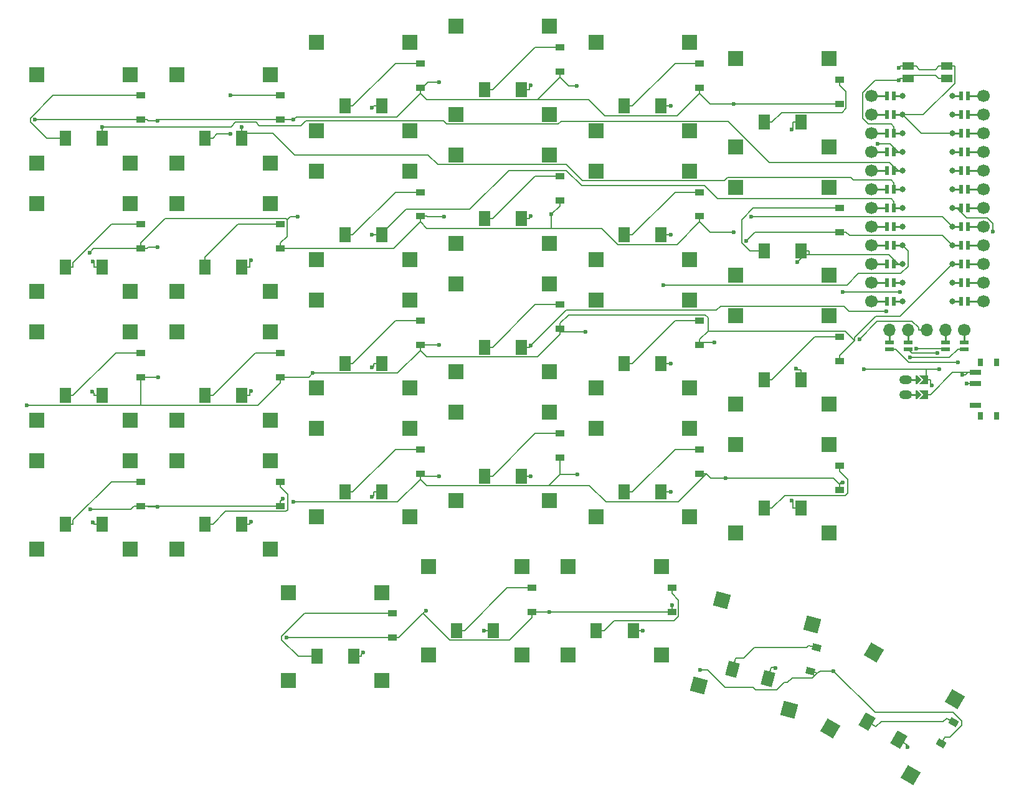
<source format=gbr>
%TF.GenerationSoftware,KiCad,Pcbnew,8.0.7*%
%TF.CreationDate,2025-02-11T23:53:49-03:00*%
%TF.ProjectId,souffle_wireless,736f7566-666c-4655-9f77-6972656c6573,0.1*%
%TF.SameCoordinates,Original*%
%TF.FileFunction,Copper,L1,Top*%
%TF.FilePolarity,Positive*%
%FSLAX46Y46*%
G04 Gerber Fmt 4.6, Leading zero omitted, Abs format (unit mm)*
G04 Created by KiCad (PCBNEW 8.0.7) date 2025-02-11 23:53:49*
%MOMM*%
%LPD*%
G01*
G04 APERTURE LIST*
G04 Aperture macros list*
%AMRotRect*
0 Rectangle, with rotation*
0 The origin of the aperture is its center*
0 $1 length*
0 $2 width*
0 $3 Rotation angle, in degrees counterclockwise*
0 Add horizontal line*
21,1,$1,$2,0,0,$3*%
%AMFreePoly0*
4,1,6,0.600000,-0.200000,0.600000,-0.400000,-0.600000,-0.400000,-0.600000,-0.200000,0.000000,0.400000,0.600000,-0.200000,0.600000,-0.200000,$1*%
%AMFreePoly1*
4,1,6,0.600000,-1.000000,0.000000,-0.400000,-0.600000,-1.000000,-0.600000,0.250000,0.600000,0.250000,0.600000,-1.000000,0.600000,-1.000000,$1*%
G04 Aperture macros list end*
%TA.AperFunction,SMDPad,CuDef*%
%ADD10R,1.550000X2.000000*%
%TD*%
%TA.AperFunction,SMDPad,CuDef*%
%ADD11R,2.000000X2.000000*%
%TD*%
%TA.AperFunction,SMDPad,CuDef*%
%ADD12RotRect,1.550000X2.000000X345.000000*%
%TD*%
%TA.AperFunction,SMDPad,CuDef*%
%ADD13RotRect,2.000000X2.000000X345.000000*%
%TD*%
%TA.AperFunction,SMDPad,CuDef*%
%ADD14RotRect,1.550000X2.000000X330.000000*%
%TD*%
%TA.AperFunction,SMDPad,CuDef*%
%ADD15RotRect,2.000000X2.000000X330.000000*%
%TD*%
%TA.AperFunction,SMDPad,CuDef*%
%ADD16R,1.200000X0.900000*%
%TD*%
%TA.AperFunction,SMDPad,CuDef*%
%ADD17RotRect,0.900000X1.200000X75.000000*%
%TD*%
%TA.AperFunction,SMDPad,CuDef*%
%ADD18RotRect,0.900000X1.200000X60.000000*%
%TD*%
%TA.AperFunction,ComponentPad*%
%ADD19C,1.700000*%
%TD*%
%TA.AperFunction,ComponentPad*%
%ADD20C,0.800000*%
%TD*%
%TA.AperFunction,SMDPad,CuDef*%
%ADD21R,0.600000X1.200000*%
%TD*%
%TA.AperFunction,SMDPad,CuDef*%
%ADD22R,1.200000X0.600000*%
%TD*%
%TA.AperFunction,ComponentPad*%
%ADD23O,1.700000X1.700000*%
%TD*%
%TA.AperFunction,SMDPad,CuDef*%
%ADD24R,0.800000X1.000000*%
%TD*%
%TA.AperFunction,SMDPad,CuDef*%
%ADD25R,1.500000X0.700000*%
%TD*%
%TA.AperFunction,SMDPad,CuDef*%
%ADD26R,1.550000X1.000000*%
%TD*%
%TA.AperFunction,ComponentPad*%
%ADD27O,1.750000X1.200000*%
%TD*%
%TA.AperFunction,SMDPad,CuDef*%
%ADD28FreePoly0,270.000000*%
%TD*%
%TA.AperFunction,SMDPad,CuDef*%
%ADD29FreePoly1,270.000000*%
%TD*%
%TA.AperFunction,ViaPad*%
%ADD30C,0.600000*%
%TD*%
%TA.AperFunction,Conductor*%
%ADD31C,0.250000*%
%TD*%
%TA.AperFunction,Conductor*%
%ADD32C,0.200000*%
%TD*%
G04 APERTURE END LIST*
D10*
%TO.P,S30,1*%
%TO.N,outer_bottom_F*%
X97500000Y-102650000D03*
%TO.P,S30,2*%
%TO.N,C0*%
X102500000Y-102650000D03*
D11*
%TO.P,S30,3*%
%TO.N,N/C*%
X93650000Y-94000000D03*
X93650000Y-106000000D03*
X106350000Y-94000000D03*
X106350000Y-106000000D03*
%TD*%
D10*
%TO.P,S31,1*%
%TO.N,outer_home_F*%
X97500000Y-85150000D03*
%TO.P,S31,2*%
%TO.N,C0*%
X102500000Y-85150000D03*
D11*
%TO.P,S31,3*%
%TO.N,N/C*%
X93650000Y-76500000D03*
X93650000Y-88500000D03*
X106350000Y-76500000D03*
X106350000Y-88500000D03*
%TD*%
D10*
%TO.P,S32,1*%
%TO.N,outer_top_F*%
X97500000Y-67650000D03*
%TO.P,S32,2*%
%TO.N,C0*%
X102500000Y-67650000D03*
D11*
%TO.P,S32,3*%
%TO.N,N/C*%
X93650000Y-59000000D03*
X93650000Y-71000000D03*
X106350000Y-59000000D03*
X106350000Y-71000000D03*
%TD*%
D10*
%TO.P,S33,1*%
%TO.N,outer_number_F*%
X97500000Y-50150000D03*
%TO.P,S33,2*%
%TO.N,C0*%
X102500000Y-50150000D03*
D11*
%TO.P,S33,3*%
%TO.N,N/C*%
X93650000Y-41500000D03*
X93650000Y-53500000D03*
X106350000Y-41500000D03*
X106350000Y-53500000D03*
%TD*%
D10*
%TO.P,S34,1*%
%TO.N,pinky_bottom_F*%
X116500000Y-102650000D03*
%TO.P,S34,2*%
%TO.N,C1*%
X121500000Y-102650000D03*
D11*
%TO.P,S34,3*%
%TO.N,N/C*%
X112650000Y-94000000D03*
X112650000Y-106000000D03*
X125350000Y-94000000D03*
X125350000Y-106000000D03*
%TD*%
D10*
%TO.P,S35,1*%
%TO.N,pinky_home_F*%
X116500000Y-85150000D03*
%TO.P,S35,2*%
%TO.N,C1*%
X121500000Y-85150000D03*
D11*
%TO.P,S35,3*%
%TO.N,N/C*%
X112650000Y-76500000D03*
X112650000Y-88500000D03*
X125350000Y-76500000D03*
X125350000Y-88500000D03*
%TD*%
D10*
%TO.P,S36,1*%
%TO.N,pinky_top_F*%
X116500000Y-67650000D03*
%TO.P,S36,2*%
%TO.N,C1*%
X121500000Y-67650000D03*
D11*
%TO.P,S36,3*%
%TO.N,N/C*%
X112650000Y-59000000D03*
X112650000Y-71000000D03*
X125350000Y-59000000D03*
X125350000Y-71000000D03*
%TD*%
D10*
%TO.P,S37,1*%
%TO.N,pinky_number_F*%
X116500000Y-50150000D03*
%TO.P,S37,2*%
%TO.N,C1*%
X121500000Y-50150000D03*
D11*
%TO.P,S37,3*%
%TO.N,N/C*%
X112650000Y-41500000D03*
X112650000Y-53500000D03*
X125350000Y-41500000D03*
X125350000Y-53500000D03*
%TD*%
D10*
%TO.P,S38,1*%
%TO.N,ring_bottom_F*%
X135500000Y-98275000D03*
%TO.P,S38,2*%
%TO.N,C2*%
X140500000Y-98275000D03*
D11*
%TO.P,S38,3*%
%TO.N,N/C*%
X131650000Y-89625000D03*
X131650000Y-101625000D03*
X144350000Y-89625000D03*
X144350000Y-101625000D03*
%TD*%
D10*
%TO.P,S39,1*%
%TO.N,ring_home_F*%
X135500000Y-80775000D03*
%TO.P,S39,2*%
%TO.N,C2*%
X140500000Y-80775000D03*
D11*
%TO.P,S39,3*%
%TO.N,N/C*%
X131650000Y-72125000D03*
X131650000Y-84125000D03*
X144350000Y-72125000D03*
X144350000Y-84125000D03*
%TD*%
D10*
%TO.P,S40,1*%
%TO.N,ring_top_F*%
X135500000Y-63275000D03*
%TO.P,S40,2*%
%TO.N,C2*%
X140500000Y-63275000D03*
D11*
%TO.P,S40,3*%
%TO.N,N/C*%
X131650000Y-54625000D03*
X131650000Y-66625000D03*
X144350000Y-54625000D03*
X144350000Y-66625000D03*
%TD*%
D10*
%TO.P,S41,1*%
%TO.N,ring_number_F*%
X135500000Y-45775000D03*
%TO.P,S41,2*%
%TO.N,C2*%
X140500000Y-45775000D03*
D11*
%TO.P,S41,3*%
%TO.N,N/C*%
X131650000Y-37125000D03*
X131650000Y-49125000D03*
X144350000Y-37125000D03*
X144350000Y-49125000D03*
%TD*%
D10*
%TO.P,S42,1*%
%TO.N,middle_bottom_F*%
X154500000Y-96087500D03*
%TO.P,S42,2*%
%TO.N,C3*%
X159500000Y-96087500D03*
D11*
%TO.P,S42,3*%
%TO.N,N/C*%
X150650000Y-87437500D03*
X150650000Y-99437500D03*
X163350000Y-87437500D03*
X163350000Y-99437500D03*
%TD*%
D10*
%TO.P,S43,1*%
%TO.N,middle_home_F*%
X154500000Y-78587500D03*
%TO.P,S43,2*%
%TO.N,C3*%
X159500000Y-78587500D03*
D11*
%TO.P,S43,3*%
%TO.N,N/C*%
X150650000Y-69937500D03*
X150650000Y-81937500D03*
X163350000Y-69937500D03*
X163350000Y-81937500D03*
%TD*%
D10*
%TO.P,S44,1*%
%TO.N,middle_top_F*%
X154500000Y-61087500D03*
%TO.P,S44,2*%
%TO.N,C3*%
X159500000Y-61087500D03*
D11*
%TO.P,S44,3*%
%TO.N,N/C*%
X150650000Y-52437500D03*
X150650000Y-64437500D03*
X163350000Y-52437500D03*
X163350000Y-64437500D03*
%TD*%
D10*
%TO.P,S45,1*%
%TO.N,middle_number_F*%
X154500000Y-43587500D03*
%TO.P,S45,2*%
%TO.N,C3*%
X159500000Y-43587500D03*
D11*
%TO.P,S45,3*%
%TO.N,N/C*%
X150650000Y-34937500D03*
X150650000Y-46937500D03*
X163350000Y-34937500D03*
X163350000Y-46937500D03*
%TD*%
D10*
%TO.P,S46,1*%
%TO.N,index_bottom_F*%
X173500000Y-98275000D03*
%TO.P,S46,2*%
%TO.N,C4*%
X178500000Y-98275000D03*
D11*
%TO.P,S46,3*%
%TO.N,N/C*%
X169650000Y-89625000D03*
X169650000Y-101625000D03*
X182350000Y-89625000D03*
X182350000Y-101625000D03*
%TD*%
D10*
%TO.P,S47,1*%
%TO.N,index_home_F*%
X173500000Y-80775000D03*
%TO.P,S47,2*%
%TO.N,C4*%
X178500000Y-80775000D03*
D11*
%TO.P,S47,3*%
%TO.N,N/C*%
X169650000Y-72125000D03*
X169650000Y-84125000D03*
X182350000Y-72125000D03*
X182350000Y-84125000D03*
%TD*%
D10*
%TO.P,S48,1*%
%TO.N,index_top_F*%
X173500000Y-63275000D03*
%TO.P,S48,2*%
%TO.N,C4*%
X178500000Y-63275000D03*
D11*
%TO.P,S48,3*%
%TO.N,N/C*%
X169650000Y-54625000D03*
X169650000Y-66625000D03*
X182350000Y-54625000D03*
X182350000Y-66625000D03*
%TD*%
D10*
%TO.P,S49,1*%
%TO.N,index_number_F*%
X173500000Y-45775000D03*
%TO.P,S49,2*%
%TO.N,C4*%
X178500000Y-45775000D03*
D11*
%TO.P,S49,3*%
%TO.N,N/C*%
X169650000Y-37125000D03*
X169650000Y-49125000D03*
X182350000Y-37125000D03*
X182350000Y-49125000D03*
%TD*%
D10*
%TO.P,S50,1*%
%TO.N,inner_bottom_F*%
X192500000Y-100462500D03*
%TO.P,S50,2*%
%TO.N,C5*%
X197500000Y-100462500D03*
D11*
%TO.P,S50,3*%
%TO.N,N/C*%
X188650000Y-91812500D03*
X188650000Y-103812500D03*
X201350000Y-91812500D03*
X201350000Y-103812500D03*
%TD*%
D10*
%TO.P,S51,1*%
%TO.N,inner_home_F*%
X192500000Y-82962500D03*
%TO.P,S51,2*%
%TO.N,C5*%
X197500000Y-82962500D03*
D11*
%TO.P,S51,3*%
%TO.N,N/C*%
X188650000Y-74312500D03*
X188650000Y-86312500D03*
X201350000Y-74312500D03*
X201350000Y-86312500D03*
%TD*%
D10*
%TO.P,S52,1*%
%TO.N,inner_top_F*%
X192500000Y-65462500D03*
%TO.P,S52,2*%
%TO.N,C5*%
X197500000Y-65462500D03*
D11*
%TO.P,S52,3*%
%TO.N,N/C*%
X188650000Y-56812500D03*
X188650000Y-68812500D03*
X201350000Y-56812500D03*
X201350000Y-68812500D03*
%TD*%
D10*
%TO.P,S53,1*%
%TO.N,inner_number_F*%
X192500000Y-47962500D03*
%TO.P,S53,2*%
%TO.N,C5*%
X197500000Y-47962500D03*
D11*
%TO.P,S53,3*%
%TO.N,N/C*%
X188650000Y-39312500D03*
X188650000Y-51312500D03*
X201350000Y-39312500D03*
X201350000Y-51312500D03*
%TD*%
D10*
%TO.P,S54,1*%
%TO.N,inward_home_F*%
X131700000Y-120587500D03*
%TO.P,S54,2*%
%TO.N,C1*%
X136700000Y-120587500D03*
D11*
%TO.P,S54,3*%
%TO.N,N/C*%
X127850000Y-111937500D03*
X127850000Y-123937500D03*
X140550000Y-111937500D03*
X140550000Y-123937500D03*
%TD*%
D10*
%TO.P,S55,1*%
%TO.N,mid_home_F*%
X150700000Y-117087500D03*
%TO.P,S55,2*%
%TO.N,C2*%
X155700000Y-117087500D03*
D11*
%TO.P,S55,3*%
%TO.N,N/C*%
X146850000Y-108437500D03*
X146850000Y-120437500D03*
X159550000Y-108437500D03*
X159550000Y-120437500D03*
%TD*%
D10*
%TO.P,S56,1*%
%TO.N,outward_home_F*%
X169700000Y-117087500D03*
%TO.P,S56,2*%
%TO.N,C3*%
X174700000Y-117087500D03*
D11*
%TO.P,S56,3*%
%TO.N,N/C*%
X165850000Y-108437500D03*
X165850000Y-120437500D03*
X178550000Y-108437500D03*
X178550000Y-120437500D03*
%TD*%
D12*
%TO.P,S57,1*%
%TO.N,extra_outward_home_F*%
X188228815Y-122366656D03*
%TO.P,S57,2*%
%TO.N,C4*%
X193058444Y-123660751D03*
D13*
%TO.P,S57,3*%
%TO.N,N/C*%
X186748785Y-113014944D03*
X183642957Y-124606054D03*
X199016043Y-116301946D03*
X195910215Y-127893056D03*
%TD*%
D14*
%TO.P,S58,1*%
%TO.N,big_outward_home_F*%
X206467036Y-129481167D03*
%TO.P,S58,2*%
%TO.N,C5*%
X210797164Y-131981167D03*
D15*
%TO.P,S58,3*%
%TO.N,N/C*%
X207457839Y-120065048D03*
X201457839Y-130457352D03*
X218456361Y-126415048D03*
X212456361Y-136807352D03*
%TD*%
D16*
%TO.P,D30,1*%
%TO.N,R3*%
X107750000Y-100150000D03*
%TO.P,D30,2*%
%TO.N,outer_bottom_F*%
X107750000Y-96850000D03*
%TD*%
%TO.P,D31,1*%
%TO.N,R2*%
X107750000Y-82650000D03*
%TO.P,D31,2*%
%TO.N,outer_home_F*%
X107750000Y-79350000D03*
%TD*%
%TO.P,D32,1*%
%TO.N,R1*%
X107750000Y-65150000D03*
%TO.P,D32,2*%
%TO.N,outer_top_F*%
X107750000Y-61850000D03*
%TD*%
%TO.P,D33,1*%
%TO.N,R0*%
X107750000Y-47650000D03*
%TO.P,D33,2*%
%TO.N,outer_number_F*%
X107750000Y-44350000D03*
%TD*%
%TO.P,D34,1*%
%TO.N,R3*%
X126750000Y-100150000D03*
%TO.P,D34,2*%
%TO.N,pinky_bottom_F*%
X126750000Y-96850000D03*
%TD*%
%TO.P,D35,1*%
%TO.N,R2*%
X126750000Y-82650000D03*
%TO.P,D35,2*%
%TO.N,pinky_home_F*%
X126750000Y-79350000D03*
%TD*%
%TO.P,D36,1*%
%TO.N,R1*%
X126750000Y-65150000D03*
%TO.P,D36,2*%
%TO.N,pinky_top_F*%
X126750000Y-61850000D03*
%TD*%
%TO.P,D37,1*%
%TO.N,R0*%
X126750000Y-47650000D03*
%TO.P,D37,2*%
%TO.N,pinky_number_F*%
X126750000Y-44350000D03*
%TD*%
%TO.P,D38,1*%
%TO.N,R3*%
X145750000Y-95775000D03*
%TO.P,D38,2*%
%TO.N,ring_bottom_F*%
X145750000Y-92475000D03*
%TD*%
%TO.P,D39,1*%
%TO.N,R2*%
X145750000Y-78275000D03*
%TO.P,D39,2*%
%TO.N,ring_home_F*%
X145750000Y-74975000D03*
%TD*%
%TO.P,D40,1*%
%TO.N,R1*%
X145750000Y-60775000D03*
%TO.P,D40,2*%
%TO.N,ring_top_F*%
X145750000Y-57475000D03*
%TD*%
%TO.P,D41,1*%
%TO.N,R0*%
X145750000Y-43275000D03*
%TO.P,D41,2*%
%TO.N,ring_number_F*%
X145750000Y-39975000D03*
%TD*%
%TO.P,D42,1*%
%TO.N,R3*%
X164750000Y-93587500D03*
%TO.P,D42,2*%
%TO.N,middle_bottom_F*%
X164750000Y-90287500D03*
%TD*%
%TO.P,D43,1*%
%TO.N,R2*%
X164750000Y-76087500D03*
%TO.P,D43,2*%
%TO.N,middle_home_F*%
X164750000Y-72787500D03*
%TD*%
%TO.P,D44,1*%
%TO.N,R1*%
X164750000Y-58587500D03*
%TO.P,D44,2*%
%TO.N,middle_top_F*%
X164750000Y-55287500D03*
%TD*%
%TO.P,D45,1*%
%TO.N,R0*%
X164750000Y-41087500D03*
%TO.P,D45,2*%
%TO.N,middle_number_F*%
X164750000Y-37787500D03*
%TD*%
%TO.P,D46,1*%
%TO.N,R3*%
X183750000Y-95775000D03*
%TO.P,D46,2*%
%TO.N,index_bottom_F*%
X183750000Y-92475000D03*
%TD*%
%TO.P,D47,1*%
%TO.N,R2*%
X183750000Y-78275000D03*
%TO.P,D47,2*%
%TO.N,index_home_F*%
X183750000Y-74975000D03*
%TD*%
%TO.P,D48,1*%
%TO.N,R1*%
X183750000Y-60775000D03*
%TO.P,D48,2*%
%TO.N,index_top_F*%
X183750000Y-57475000D03*
%TD*%
%TO.P,D49,1*%
%TO.N,R0*%
X183750000Y-43275000D03*
%TO.P,D49,2*%
%TO.N,index_number_F*%
X183750000Y-39975000D03*
%TD*%
%TO.P,D50,1*%
%TO.N,R3*%
X202750000Y-97962500D03*
%TO.P,D50,2*%
%TO.N,inner_bottom_F*%
X202750000Y-94662500D03*
%TD*%
%TO.P,D51,1*%
%TO.N,R2*%
X202750000Y-80462500D03*
%TO.P,D51,2*%
%TO.N,inner_home_F*%
X202750000Y-77162500D03*
%TD*%
%TO.P,D52,1*%
%TO.N,R1*%
X202750000Y-62962500D03*
%TO.P,D52,2*%
%TO.N,inner_top_F*%
X202750000Y-59662500D03*
%TD*%
%TO.P,D53,1*%
%TO.N,R0*%
X202750000Y-45462500D03*
%TO.P,D53,2*%
%TO.N,inner_number_F*%
X202750000Y-42162500D03*
%TD*%
%TO.P,D54,1*%
%TO.N,R4*%
X141950000Y-118087500D03*
%TO.P,D54,2*%
%TO.N,inward_home_F*%
X141950000Y-114787500D03*
%TD*%
%TO.P,D55,1*%
%TO.N,R4*%
X160950000Y-114587500D03*
%TO.P,D55,2*%
%TO.N,mid_home_F*%
X160950000Y-111287500D03*
%TD*%
%TO.P,D56,1*%
%TO.N,R4*%
X179950000Y-114587500D03*
%TO.P,D56,2*%
%TO.N,outward_home_F*%
X179950000Y-111287500D03*
%TD*%
D17*
%TO.P,D57,1*%
%TO.N,R4*%
X198776549Y-122604678D03*
%TO.P,D57,2*%
%TO.N,extra_outward_home_F*%
X199630651Y-119417122D03*
%TD*%
D18*
%TO.P,D58,1*%
%TO.N,R4*%
X216593800Y-132441042D03*
%TO.P,D58,2*%
%TO.N,big_outward_home_F*%
X218243800Y-129583158D03*
%TD*%
D19*
%TO.P,MCU1,24*%
%TO.N,MCU1_24*%
X207084000Y-44420000D03*
%TO.P,MCU1,1*%
%TO.N,MCU1_1*%
X222324000Y-44420000D03*
D20*
%TO.P,MCU1,124*%
%TO.N,RAW*%
X211304000Y-44420000D03*
%TO.P,MCU1,101*%
%TO.N,LED*%
X218104000Y-44420000D03*
D21*
%TO.P,MCU1,24*%
%TO.N,MCU1_24*%
X209224000Y-44420000D03*
%TO.P,MCU1,124*%
%TO.N,RAW*%
X210124000Y-44420000D03*
%TO.P,MCU1,101*%
%TO.N,LED*%
X219284000Y-44420000D03*
%TO.P,MCU1,1*%
%TO.N,MCU1_1*%
X220184000Y-44420000D03*
D19*
%TO.P,MCU1,23*%
%TO.N,MCU1_23*%
X207084000Y-46960000D03*
%TO.P,MCU1,2*%
%TO.N,MCU1_2*%
X222324000Y-46960000D03*
D20*
%TO.P,MCU1,123*%
%TO.N,GND*%
X211304000Y-46960000D03*
%TO.P,MCU1,102*%
%TO.N,DAT*%
X218104000Y-46960000D03*
D21*
%TO.P,MCU1,23*%
%TO.N,MCU1_23*%
X209224000Y-46960000D03*
%TO.P,MCU1,123*%
%TO.N,GND*%
X210124000Y-46960000D03*
%TO.P,MCU1,102*%
%TO.N,DAT*%
X219284000Y-46960000D03*
%TO.P,MCU1,2*%
%TO.N,MCU1_2*%
X220184000Y-46960000D03*
D19*
%TO.P,MCU1,22*%
%TO.N,MCU1_22*%
X207084000Y-49500000D03*
%TO.P,MCU1,3*%
%TO.N,MCU1_3*%
X222324000Y-49500000D03*
D20*
%TO.P,MCU1,122*%
%TO.N,RST*%
X211304000Y-49500000D03*
%TO.P,MCU1,103*%
%TO.N,GND*%
X218104000Y-49500000D03*
D21*
%TO.P,MCU1,22*%
%TO.N,MCU1_22*%
X209224000Y-49500000D03*
%TO.P,MCU1,122*%
%TO.N,RST*%
X210124000Y-49500000D03*
%TO.P,MCU1,103*%
%TO.N,GND*%
X219284000Y-49500000D03*
%TO.P,MCU1,3*%
%TO.N,MCU1_3*%
X220184000Y-49500000D03*
D19*
%TO.P,MCU1,21*%
%TO.N,MCU1_21*%
X207084000Y-52040000D03*
%TO.P,MCU1,4*%
%TO.N,MCU1_4*%
X222324000Y-52040000D03*
D20*
%TO.P,MCU1,121*%
%TO.N,VCC*%
X211304000Y-52040000D03*
%TO.P,MCU1,104*%
%TO.N,GND*%
X218104000Y-52040000D03*
D21*
%TO.P,MCU1,21*%
%TO.N,MCU1_21*%
X209224000Y-52040000D03*
%TO.P,MCU1,121*%
%TO.N,VCC*%
X210124000Y-52040000D03*
%TO.P,MCU1,104*%
%TO.N,GND*%
X219284000Y-52040000D03*
%TO.P,MCU1,4*%
%TO.N,MCU1_4*%
X220184000Y-52040000D03*
D19*
%TO.P,MCU1,20*%
%TO.N,MCU1_20*%
X207084000Y-54580000D03*
%TO.P,MCU1,5*%
%TO.N,MCU1_5*%
X222324000Y-54580000D03*
D20*
%TO.P,MCU1,120*%
%TO.N,C0*%
X211304000Y-54580000D03*
%TO.P,MCU1,105*%
%TO.N,SDA*%
X218104000Y-54580000D03*
D21*
%TO.P,MCU1,20*%
%TO.N,MCU1_20*%
X209224000Y-54580000D03*
%TO.P,MCU1,120*%
%TO.N,C0*%
X210124000Y-54580000D03*
%TO.P,MCU1,105*%
%TO.N,SDA*%
X219284000Y-54580000D03*
%TO.P,MCU1,5*%
%TO.N,MCU1_5*%
X220184000Y-54580000D03*
D19*
%TO.P,MCU1,19*%
%TO.N,MCU1_19*%
X207084000Y-57120000D03*
%TO.P,MCU1,6*%
%TO.N,MCU1_6*%
X222324000Y-57120000D03*
D20*
%TO.P,MCU1,119*%
%TO.N,C1*%
X211304000Y-57120000D03*
%TO.P,MCU1,106*%
%TO.N,SCL*%
X218104000Y-57120000D03*
D21*
%TO.P,MCU1,19*%
%TO.N,MCU1_19*%
X209224000Y-57120000D03*
%TO.P,MCU1,119*%
%TO.N,C1*%
X210124000Y-57120000D03*
%TO.P,MCU1,106*%
%TO.N,SCL*%
X219284000Y-57120000D03*
%TO.P,MCU1,6*%
%TO.N,MCU1_6*%
X220184000Y-57120000D03*
D19*
%TO.P,MCU1,18*%
%TO.N,MCU1_18*%
X207084000Y-59660000D03*
%TO.P,MCU1,7*%
%TO.N,MCU1_7*%
X222324000Y-59660000D03*
D20*
%TO.P,MCU1,118*%
%TO.N,C2*%
X211304000Y-59660000D03*
%TO.P,MCU1,107*%
%TO.N,CS*%
X218104000Y-59660000D03*
D21*
%TO.P,MCU1,18*%
%TO.N,MCU1_18*%
X209224000Y-59660000D03*
%TO.P,MCU1,118*%
%TO.N,C2*%
X210124000Y-59660000D03*
%TO.P,MCU1,107*%
%TO.N,CS*%
X219284000Y-59660000D03*
%TO.P,MCU1,7*%
%TO.N,MCU1_7*%
X220184000Y-59660000D03*
D19*
%TO.P,MCU1,17*%
%TO.N,MCU1_17*%
X207084000Y-62200000D03*
%TO.P,MCU1,8*%
%TO.N,MCU1_8*%
X222324000Y-62200000D03*
D20*
%TO.P,MCU1,117*%
%TO.N,C3*%
X211304000Y-62200000D03*
%TO.P,MCU1,108*%
%TO.N,R0*%
X218104000Y-62200000D03*
D21*
%TO.P,MCU1,17*%
%TO.N,MCU1_17*%
X209224000Y-62200000D03*
%TO.P,MCU1,117*%
%TO.N,C3*%
X210124000Y-62200000D03*
%TO.P,MCU1,108*%
%TO.N,R0*%
X219284000Y-62200000D03*
%TO.P,MCU1,8*%
%TO.N,MCU1_8*%
X220184000Y-62200000D03*
D19*
%TO.P,MCU1,16*%
%TO.N,MCU1_16*%
X207084000Y-64740000D03*
%TO.P,MCU1,9*%
%TO.N,MCU1_9*%
X222324000Y-64740000D03*
D20*
%TO.P,MCU1,116*%
%TO.N,C4*%
X211304000Y-64740000D03*
%TO.P,MCU1,109*%
%TO.N,R1*%
X218104000Y-64740000D03*
D21*
%TO.P,MCU1,16*%
%TO.N,MCU1_16*%
X209224000Y-64740000D03*
%TO.P,MCU1,116*%
%TO.N,C4*%
X210124000Y-64740000D03*
%TO.P,MCU1,109*%
%TO.N,R1*%
X219284000Y-64740000D03*
%TO.P,MCU1,9*%
%TO.N,MCU1_9*%
X220184000Y-64740000D03*
D19*
%TO.P,MCU1,15*%
%TO.N,MCU1_15*%
X207084000Y-67280000D03*
%TO.P,MCU1,10*%
%TO.N,MCU1_10*%
X222324000Y-67280000D03*
D20*
%TO.P,MCU1,115*%
%TO.N,C5*%
X211304000Y-67280000D03*
%TO.P,MCU1,110*%
%TO.N,R2*%
X218104000Y-67280000D03*
D21*
%TO.P,MCU1,15*%
%TO.N,MCU1_15*%
X209224000Y-67280000D03*
%TO.P,MCU1,115*%
%TO.N,C5*%
X210124000Y-67280000D03*
%TO.P,MCU1,110*%
%TO.N,R2*%
X219284000Y-67280000D03*
%TO.P,MCU1,10*%
%TO.N,MCU1_10*%
X220184000Y-67280000D03*
D19*
%TO.P,MCU1,14*%
%TO.N,MCU1_14*%
X207084000Y-69820000D03*
%TO.P,MCU1,11*%
%TO.N,MCU1_11*%
X222324000Y-69820000D03*
D20*
%TO.P,MCU1,114*%
%TO.N,P16*%
X211304000Y-69820000D03*
%TO.P,MCU1,111*%
%TO.N,R3*%
X218104000Y-69820000D03*
D21*
%TO.P,MCU1,14*%
%TO.N,MCU1_14*%
X209224000Y-69820000D03*
%TO.P,MCU1,114*%
%TO.N,P16*%
X210124000Y-69820000D03*
%TO.P,MCU1,111*%
%TO.N,R3*%
X219284000Y-69820000D03*
%TO.P,MCU1,11*%
%TO.N,MCU1_11*%
X220184000Y-69820000D03*
D19*
%TO.P,MCU1,13*%
%TO.N,MCU1_13*%
X207084000Y-72360000D03*
%TO.P,MCU1,12*%
%TO.N,MCU1_12*%
X222324000Y-72360000D03*
D20*
%TO.P,MCU1,113*%
%TO.N,P10*%
X211304000Y-72360000D03*
%TO.P,MCU1,112*%
%TO.N,R4*%
X218104000Y-72360000D03*
D21*
%TO.P,MCU1,13*%
%TO.N,MCU1_13*%
X209224000Y-72360000D03*
%TO.P,MCU1,113*%
%TO.N,P10*%
X210124000Y-72360000D03*
%TO.P,MCU1,112*%
%TO.N,R4*%
X219284000Y-72360000D03*
%TO.P,MCU1,12*%
%TO.N,MCU1_12*%
X220184000Y-72360000D03*
%TD*%
D22*
%TO.P,DISP1,14*%
%TO.N,DISP1_1*%
X209567000Y-77950000D03*
%TO.P,DISP1,15*%
%TO.N,DISP1_2*%
X212107000Y-77950000D03*
%TO.P,DISP1,16*%
%TO.N,DISP1_4*%
X217187000Y-77950000D03*
%TO.P,DISP1,17*%
%TO.N,DISP1_5*%
X219727000Y-77950000D03*
%TO.P,DISP1,10*%
%TO.N,CS*%
X209567000Y-78850000D03*
%TO.P,DISP1,11*%
%TO.N,GND*%
X212107000Y-78850000D03*
%TO.P,DISP1,12*%
%TO.N,SCL*%
X217187000Y-78850000D03*
%TO.P,DISP1,13*%
%TO.N,SDA*%
X219727000Y-78850000D03*
D23*
%TO.P,DISP1,1*%
%TO.N,DISP1_1*%
X209567000Y-76200000D03*
%TO.P,DISP1,2*%
%TO.N,DISP1_2*%
X212107000Y-76200000D03*
%TO.P,DISP1,3*%
%TO.N,VCC*%
X214647000Y-76200000D03*
%TO.P,DISP1,4*%
%TO.N,DISP1_4*%
X217187000Y-76200000D03*
D19*
%TO.P,DISP1,5*%
%TO.N,DISP1_5*%
X219727000Y-76200000D03*
%TD*%
D24*
%TO.P,PWR1,*%
%TO.N,*%
X224125000Y-80600000D03*
X221915000Y-80600000D03*
X221915000Y-87900000D03*
X224125000Y-87900000D03*
D25*
%TO.P,PWR1,1*%
%TO.N,N/C*%
X221265000Y-86500000D03*
%TO.P,PWR1,2*%
%TO.N,RAW*%
X221265000Y-83500000D03*
%TO.P,PWR1,3*%
%TO.N,BAT_P*%
X221265000Y-82000000D03*
%TD*%
D26*
%TO.P,RST1,1*%
%TO.N,GND*%
X217329000Y-40362500D03*
%TO.P,RST1,2*%
%TO.N,RST*%
X217329000Y-42062500D03*
%TO.P,RST1,3*%
%TO.N,GND*%
X212079000Y-40362500D03*
%TO.P,RST1,4*%
%TO.N,RST*%
X212079000Y-42062500D03*
%TD*%
D27*
%TO.P,JST1,11*%
%TO.N,JST1_1*%
X211750000Y-85000000D03*
%TO.P,JST1,12*%
%TO.N,JST1_2*%
X211750000Y-83000000D03*
D28*
%TO.P,JST1,21*%
%TO.N,JST1_1*%
X213550000Y-85000000D03*
%TO.P,JST1,22*%
%TO.N,JST1_2*%
X213550000Y-83000000D03*
D29*
%TO.P,JST1,1*%
%TO.N,BAT_P*%
X214566000Y-85000000D03*
%TO.P,JST1,2*%
%TO.N,GND*%
X214566000Y-83000000D03*
%TD*%
D30*
%TO.N,BAT_P*%
X219406800Y-82342500D03*
%TO.N,CS*%
X223557700Y-62889400D03*
X218825300Y-80605600D03*
%TO.N,SCL*%
X213218900Y-78729800D03*
%TO.N,SDA*%
X212335500Y-79937700D03*
%TO.N,VCC*%
X207971200Y-50937100D03*
X205436600Y-77484300D03*
%TO.N,RST*%
X210776300Y-42288500D03*
%TO.N,GND*%
X210800000Y-40581400D03*
X206051100Y-81553100D03*
X215326400Y-83760300D03*
X216285300Y-81553100D03*
X216090200Y-79367700D03*
%TO.N,RAW*%
X219999200Y-83500000D03*
%TO.N,pinky_number_F*%
X119940600Y-44350000D03*
X119940600Y-49589400D03*
%TO.N,R4*%
X201956600Y-122604700D03*
X163327300Y-114587500D03*
X179950000Y-113635600D03*
X183804700Y-122472200D03*
X146567300Y-114371900D03*
X127567600Y-118087500D03*
%TO.N,R0*%
X188405400Y-45462500D03*
X148348300Y-42571800D03*
X167025600Y-43025000D03*
X128514800Y-47650000D03*
X110016600Y-47785300D03*
X93376500Y-47650000D03*
X190752100Y-60830000D03*
%TO.N,R1*%
X163597400Y-60491800D03*
X149028800Y-60807200D03*
X129144000Y-60807200D03*
X110093200Y-64976400D03*
X100806200Y-65690700D03*
X188353800Y-62962500D03*
X190087900Y-64110500D03*
%TO.N,R2*%
X185783300Y-77899100D03*
X110113900Y-82650000D03*
X148348300Y-78275000D03*
X131168000Y-82101500D03*
X92250000Y-86451700D03*
X168250000Y-76463300D03*
%TO.N,R3*%
X148348300Y-96150800D03*
X187250000Y-96371600D03*
X128514800Y-99589900D03*
X110071800Y-100258600D03*
X167128100Y-95864200D03*
X211004200Y-71090000D03*
X203224800Y-71090000D03*
X203224800Y-97001000D03*
X100905700Y-100604300D03*
X127096500Y-99182500D03*
%TO.N,C5*%
X211990400Y-132951300D03*
X196222100Y-48923700D03*
X197026200Y-66970900D03*
X196837600Y-81438200D03*
X196212200Y-99439800D03*
%TO.N,C4*%
X179780100Y-45775000D03*
X179780100Y-63275000D03*
X179780100Y-80775000D03*
X179780100Y-98275000D03*
X194087000Y-122179100D03*
X178820100Y-70134200D03*
%TO.N,C3*%
X175998200Y-117087500D03*
X160779000Y-42964600D03*
X160780300Y-60711500D03*
X160779300Y-78352700D03*
X160787000Y-96087500D03*
X209075300Y-73709800D03*
%TO.N,C2*%
X154422800Y-117087500D03*
X139216800Y-45988700D03*
X139216800Y-63275000D03*
X139217300Y-81310600D03*
X139208500Y-98951700D03*
%TO.N,C1*%
X137990200Y-120081200D03*
X121500000Y-48620300D03*
X122781100Y-66734600D03*
X122783700Y-84516800D03*
X122785000Y-102299000D03*
%TO.N,C0*%
X102500000Y-48644500D03*
X101208300Y-66885100D03*
X101196800Y-84633200D03*
X101218600Y-102408200D03*
%TD*%
D31*
%TO.N,JST1_2*%
X213550000Y-83000000D02*
X211750000Y-83000000D01*
%TO.N,JST1_1*%
X213550000Y-85000000D02*
X211750000Y-85000000D01*
D32*
%TO.N,BAT_P*%
X214566000Y-85000000D02*
X215117700Y-85000000D01*
X221265000Y-82000000D02*
X220213300Y-82000000D01*
X219870800Y-82342500D02*
X219406800Y-82342500D01*
X220213300Y-82000000D02*
X219870800Y-82342500D01*
X218117700Y-82000000D02*
X220213300Y-82000000D01*
X215117700Y-85000000D02*
X218117700Y-82000000D01*
D31*
%TO.N,DISP1_5*%
X219727000Y-76200000D02*
X219727000Y-77950000D01*
%TO.N,DISP1_4*%
X217187000Y-76200000D02*
X217187000Y-77950000D01*
%TO.N,DISP1_2*%
X212107000Y-76200000D02*
X212107000Y-77950000D01*
%TO.N,DISP1_1*%
X209567000Y-76200000D02*
X209567000Y-77950000D01*
%TO.N,MCU1_12*%
X220204000Y-72360000D02*
X222324000Y-72360000D01*
D32*
X220204000Y-72360000D02*
X220184000Y-72360000D01*
D31*
%TO.N,MCU1_13*%
X207084000Y-72360000D02*
X209204000Y-72360000D01*
D32*
X209204000Y-72360000D02*
X209224000Y-72360000D01*
D31*
%TO.N,MCU1_11*%
X220204000Y-69820000D02*
X222324000Y-69820000D01*
D32*
X220204000Y-69820000D02*
X220184000Y-69820000D01*
D31*
%TO.N,MCU1_14*%
X207084000Y-69820000D02*
X209204000Y-69820000D01*
D32*
X209204000Y-69820000D02*
X209224000Y-69820000D01*
D31*
%TO.N,MCU1_10*%
X220204000Y-67280000D02*
X222324000Y-67280000D01*
D32*
X220204000Y-67280000D02*
X220184000Y-67280000D01*
D31*
%TO.N,MCU1_15*%
X207084000Y-67280000D02*
X209204000Y-67280000D01*
D32*
X209204000Y-67280000D02*
X209224000Y-67280000D01*
D31*
%TO.N,MCU1_9*%
X220204000Y-64740000D02*
X222324000Y-64740000D01*
D32*
X220204000Y-64740000D02*
X220184000Y-64740000D01*
D31*
%TO.N,MCU1_16*%
X207084000Y-64740000D02*
X209204000Y-64740000D01*
D32*
X209204000Y-64740000D02*
X209224000Y-64740000D01*
D31*
%TO.N,MCU1_8*%
X220204000Y-62200000D02*
X222324000Y-62200000D01*
D32*
X220204000Y-62200000D02*
X220184000Y-62200000D01*
D31*
%TO.N,MCU1_17*%
X207084000Y-62200000D02*
X209204000Y-62200000D01*
D32*
X209204000Y-62200000D02*
X209224000Y-62200000D01*
D31*
%TO.N,MCU1_7*%
X220204000Y-59660000D02*
X222324000Y-59660000D01*
D32*
X220204000Y-59660000D02*
X220184000Y-59660000D01*
D31*
%TO.N,MCU1_18*%
X207084000Y-59660000D02*
X209204000Y-59660000D01*
D32*
X209204000Y-59660000D02*
X209224000Y-59660000D01*
D31*
%TO.N,MCU1_6*%
X220204000Y-57120000D02*
X222324000Y-57120000D01*
D32*
X220204000Y-57120000D02*
X220184000Y-57120000D01*
D31*
%TO.N,MCU1_19*%
X207084000Y-57120000D02*
X209204000Y-57120000D01*
D32*
X209204000Y-57120000D02*
X209224000Y-57120000D01*
D31*
%TO.N,MCU1_5*%
X220204000Y-54580000D02*
X222324000Y-54580000D01*
D32*
X220204000Y-54580000D02*
X220184000Y-54580000D01*
D31*
%TO.N,MCU1_20*%
X207084000Y-54580000D02*
X209204000Y-54580000D01*
D32*
X209204000Y-54580000D02*
X209224000Y-54580000D01*
D31*
%TO.N,MCU1_4*%
X220204000Y-52040000D02*
X222324000Y-52040000D01*
D32*
X220204000Y-52040000D02*
X220184000Y-52040000D01*
D31*
%TO.N,MCU1_21*%
X207084000Y-52040000D02*
X209204000Y-52040000D01*
D32*
X209204000Y-52040000D02*
X209224000Y-52040000D01*
D31*
%TO.N,MCU1_3*%
X220204000Y-49500000D02*
X222324000Y-49500000D01*
D32*
X220204000Y-49500000D02*
X220184000Y-49500000D01*
D31*
%TO.N,MCU1_22*%
X207084000Y-49500000D02*
X209204000Y-49500000D01*
D32*
X209204000Y-49500000D02*
X209224000Y-49500000D01*
D31*
%TO.N,MCU1_2*%
X220204000Y-46960000D02*
X222324000Y-46960000D01*
D32*
X220204000Y-46960000D02*
X220184000Y-46960000D01*
D31*
%TO.N,MCU1_23*%
X207084000Y-46960000D02*
X209204000Y-46960000D01*
D32*
X209204000Y-46960000D02*
X209224000Y-46960000D01*
D31*
%TO.N,MCU1_1*%
X220204000Y-44420000D02*
X222324000Y-44420000D01*
D32*
X220204000Y-44420000D02*
X220184000Y-44420000D01*
D31*
%TO.N,MCU1_24*%
X207084000Y-44420000D02*
X209204000Y-44420000D01*
D32*
X209204000Y-44420000D02*
X209224000Y-44420000D01*
D31*
%TO.N,CS*%
X219284000Y-59660000D02*
X218694000Y-59660000D01*
X218694000Y-59660000D02*
X218104000Y-59660000D01*
D32*
X223557700Y-61781100D02*
X223557700Y-62889400D01*
X222790100Y-61013500D02*
X223557700Y-61781100D01*
X220047500Y-61013500D02*
X222790100Y-61013500D01*
X218694000Y-59660000D02*
X220047500Y-61013500D01*
X209567000Y-78850000D02*
X210468700Y-78850000D01*
X212136700Y-80605600D02*
X218825300Y-80605600D01*
X210468700Y-78937600D02*
X212136700Y-80605600D01*
X210468700Y-78850000D02*
X210468700Y-78937600D01*
D31*
%TO.N,SCL*%
X219284000Y-57120000D02*
X218104000Y-57120000D01*
D32*
X217066800Y-78729800D02*
X213218900Y-78729800D01*
X217187000Y-78850000D02*
X217066800Y-78729800D01*
D31*
%TO.N,SDA*%
X219284000Y-54580000D02*
X218104000Y-54580000D01*
D32*
X219727000Y-78850000D02*
X218825300Y-78850000D01*
X212377100Y-79979300D02*
X212335500Y-79937700D01*
X217696000Y-79979300D02*
X212377100Y-79979300D01*
X218825300Y-78850000D02*
X217696000Y-79979300D01*
D31*
%TO.N,DAT*%
X219284000Y-46960000D02*
X218104000Y-46960000D01*
%TO.N,LED*%
X219284000Y-44420000D02*
X218104000Y-44420000D01*
%TO.N,P10*%
X210124000Y-72360000D02*
X211304000Y-72360000D01*
%TO.N,P16*%
X210124000Y-69820000D02*
X211304000Y-69820000D01*
%TO.N,VCC*%
X210124000Y-52040000D02*
X210714000Y-52040000D01*
X210714000Y-52040000D02*
X211304000Y-52040000D01*
D32*
X214647000Y-76200000D02*
X213495300Y-76200000D01*
X209611100Y-50937100D02*
X207971200Y-50937100D01*
X210714000Y-52040000D02*
X209611100Y-50937100D01*
X213495300Y-75931500D02*
X213495300Y-76200000D01*
X212612100Y-75048300D02*
X213495300Y-75931500D01*
X207872600Y-75048300D02*
X212612100Y-75048300D01*
X205436600Y-77484300D02*
X207872600Y-75048300D01*
D31*
%TO.N,RST*%
X210124000Y-49500000D02*
X211304000Y-49500000D01*
D32*
X211941500Y-42062500D02*
X211002300Y-42062500D01*
X211941500Y-42062500D02*
X212004200Y-42062500D01*
X212079000Y-42062500D02*
X212004200Y-42062500D01*
X215827300Y-41637500D02*
X216252300Y-42062500D01*
X212429200Y-41637500D02*
X215827300Y-41637500D01*
X212004200Y-42062500D02*
X212429200Y-41637500D01*
X217329000Y-42062500D02*
X216252300Y-42062500D01*
X210124000Y-49500000D02*
X210124000Y-48598300D01*
X211002300Y-42062500D02*
X210776300Y-42288500D01*
X209755700Y-48230000D02*
X210124000Y-48598300D01*
X206656700Y-48230000D02*
X209755700Y-48230000D01*
X205892900Y-47466200D02*
X206656700Y-48230000D01*
X205892900Y-43967400D02*
X205892900Y-47466200D01*
X207571800Y-42288500D02*
X205892900Y-43967400D01*
X210776300Y-42288500D02*
X207571800Y-42288500D01*
D31*
%TO.N,GND*%
X219284000Y-52040000D02*
X218104000Y-52040000D01*
X219284000Y-49500000D02*
X218104000Y-49500000D01*
D32*
X213844000Y-49500000D02*
X211304000Y-46960000D01*
X218104000Y-49500000D02*
X213844000Y-49500000D01*
D31*
X210124000Y-46960000D02*
X211304000Y-46960000D01*
D32*
X212079000Y-40362500D02*
X211002300Y-40362500D01*
X211002300Y-40379100D02*
X211002300Y-40362500D01*
X210800000Y-40581400D02*
X211002300Y-40379100D01*
X215796700Y-40818100D02*
X216252300Y-40362500D01*
X213611300Y-40818100D02*
X215796700Y-40818100D01*
X213155700Y-40362500D02*
X213611300Y-40818100D01*
X212079000Y-40362500D02*
X213155700Y-40362500D01*
X216891500Y-40362500D02*
X216252300Y-40362500D01*
X216891500Y-40362500D02*
X217329000Y-40362500D01*
X214133200Y-46960000D02*
X211304000Y-46960000D01*
X218405700Y-42687500D02*
X214133200Y-46960000D01*
X218405700Y-40362500D02*
X218405700Y-42687500D01*
X217329000Y-40362500D02*
X218405700Y-40362500D01*
X214566000Y-83000000D02*
X215117700Y-83000000D01*
X215117700Y-83551600D02*
X215326400Y-83760300D01*
X215117700Y-83000000D02*
X215117700Y-83551600D01*
X214566000Y-83000000D02*
X214566000Y-81553100D01*
X206051100Y-81553100D02*
X214566000Y-81553100D01*
X214566000Y-81553100D02*
X216285300Y-81553100D01*
X212624700Y-79367700D02*
X216090200Y-79367700D01*
X212107000Y-78850000D02*
X212624700Y-79367700D01*
D31*
%TO.N,RAW*%
X210124000Y-44420000D02*
X211304000Y-44420000D01*
D32*
X221265000Y-83500000D02*
X220213300Y-83500000D01*
X220213300Y-83500000D02*
X219999200Y-83500000D01*
%TO.N,big_outward_home_F*%
X208414400Y-129481200D02*
X207701600Y-130194000D01*
X216838700Y-129481200D02*
X208414400Y-129481200D01*
X217288300Y-129031600D02*
X216838700Y-129481200D01*
X218243800Y-129583200D02*
X217288300Y-129031600D01*
X206467000Y-129481200D02*
X207701600Y-130194000D01*
%TO.N,extra_outward_home_F*%
X189764900Y-120830600D02*
X188640400Y-120830600D01*
X191178400Y-119417100D02*
X189764900Y-120830600D01*
X198279600Y-119417100D02*
X191178400Y-119417100D01*
X198565100Y-119131600D02*
X198279600Y-119417100D01*
X199630700Y-119417100D02*
X198565100Y-119131600D01*
X188228800Y-122366700D02*
X188640400Y-120830600D01*
%TO.N,outward_home_F*%
X180855800Y-112945000D02*
X179950000Y-112039200D01*
X180855800Y-115173000D02*
X180855800Y-112945000D01*
X180243000Y-115785800D02*
X180855800Y-115173000D01*
X172078400Y-115785800D02*
X180243000Y-115785800D01*
X170776700Y-117087500D02*
X172078400Y-115785800D01*
X169700000Y-117087500D02*
X170776700Y-117087500D01*
X179950000Y-111287500D02*
X179950000Y-112039200D01*
%TO.N,mid_home_F*%
X157576700Y-111287500D02*
X151776700Y-117087500D01*
X160950000Y-111287500D02*
X157576700Y-111287500D01*
X150700000Y-117087500D02*
X151776700Y-117087500D01*
%TO.N,inward_home_F*%
X129155900Y-120587500D02*
X131700000Y-120587500D01*
X126925200Y-118356800D02*
X129155900Y-120587500D01*
X126925200Y-117862500D02*
X126925200Y-118356800D01*
X130000200Y-114787500D02*
X126925200Y-117862500D01*
X141950000Y-114787500D02*
X130000200Y-114787500D01*
%TO.N,inner_number_F*%
X203651700Y-43815900D02*
X202750000Y-42914200D01*
X203651700Y-46098900D02*
X203651700Y-43815900D01*
X203089800Y-46660800D02*
X203651700Y-46098900D01*
X194878400Y-46660800D02*
X203089800Y-46660800D01*
X193576700Y-47962500D02*
X194878400Y-46660800D01*
X192500000Y-47962500D02*
X193576700Y-47962500D01*
X202750000Y-42162500D02*
X202750000Y-42914200D01*
%TO.N,inner_top_F*%
X190536500Y-65462500D02*
X192500000Y-65462500D01*
X189463800Y-64389800D02*
X190536500Y-65462500D01*
X189463800Y-61207600D02*
X189463800Y-64389800D01*
X191008900Y-59662500D02*
X189463800Y-61207600D01*
X202750000Y-59662500D02*
X191008900Y-59662500D01*
%TO.N,inner_home_F*%
X199376700Y-77162500D02*
X193576700Y-82962500D01*
X202750000Y-77162500D02*
X199376700Y-77162500D01*
X192500000Y-82962500D02*
X193576700Y-82962500D01*
%TO.N,inner_bottom_F*%
X195325000Y-98714200D02*
X193576700Y-100462500D01*
X203551600Y-98714200D02*
X195325000Y-98714200D01*
X203860700Y-98405100D02*
X203551600Y-98714200D01*
X203860700Y-96524900D02*
X203860700Y-98405100D01*
X202750000Y-95414200D02*
X203860700Y-96524900D01*
X202750000Y-94662500D02*
X202750000Y-95414200D01*
X192500000Y-100462500D02*
X193576700Y-100462500D01*
%TO.N,index_number_F*%
X180376700Y-39975000D02*
X174576700Y-45775000D01*
X183750000Y-39975000D02*
X180376700Y-39975000D01*
X173500000Y-45775000D02*
X174576700Y-45775000D01*
%TO.N,index_top_F*%
X180376700Y-57475000D02*
X174576700Y-63275000D01*
X183750000Y-57475000D02*
X180376700Y-57475000D01*
X173500000Y-63275000D02*
X174576700Y-63275000D01*
%TO.N,index_home_F*%
X180376700Y-74975000D02*
X174576700Y-80775000D01*
X183750000Y-74975000D02*
X180376700Y-74975000D01*
X173500000Y-80775000D02*
X174576700Y-80775000D01*
%TO.N,index_bottom_F*%
X180376700Y-92475000D02*
X174576700Y-98275000D01*
X183750000Y-92475000D02*
X180376700Y-92475000D01*
X173500000Y-98275000D02*
X174576700Y-98275000D01*
%TO.N,middle_number_F*%
X161376700Y-37787500D02*
X155576700Y-43587500D01*
X164750000Y-37787500D02*
X161376700Y-37787500D01*
X154500000Y-43587500D02*
X155576700Y-43587500D01*
%TO.N,middle_top_F*%
X161376700Y-55287500D02*
X155576700Y-61087500D01*
X164750000Y-55287500D02*
X161376700Y-55287500D01*
X154500000Y-61087500D02*
X155576700Y-61087500D01*
%TO.N,middle_home_F*%
X161376700Y-72787500D02*
X155576700Y-78587500D01*
X164750000Y-72787500D02*
X161376700Y-72787500D01*
X154500000Y-78587500D02*
X155576700Y-78587500D01*
%TO.N,middle_bottom_F*%
X161376700Y-90287500D02*
X155576700Y-96087500D01*
X164750000Y-90287500D02*
X161376700Y-90287500D01*
X154500000Y-96087500D02*
X155576700Y-96087500D01*
%TO.N,ring_number_F*%
X142376700Y-39975000D02*
X136576700Y-45775000D01*
X145750000Y-39975000D02*
X142376700Y-39975000D01*
X135500000Y-45775000D02*
X136576700Y-45775000D01*
%TO.N,ring_top_F*%
X142376700Y-57475000D02*
X136576700Y-63275000D01*
X145750000Y-57475000D02*
X142376700Y-57475000D01*
X135500000Y-63275000D02*
X136576700Y-63275000D01*
%TO.N,ring_home_F*%
X142376700Y-74975000D02*
X136576700Y-80775000D01*
X145750000Y-74975000D02*
X142376700Y-74975000D01*
X135500000Y-80775000D02*
X136576700Y-80775000D01*
%TO.N,ring_bottom_F*%
X142376700Y-92475000D02*
X136576700Y-98275000D01*
X145750000Y-92475000D02*
X142376700Y-92475000D01*
X135500000Y-98275000D02*
X136576700Y-98275000D01*
%TO.N,pinky_number_F*%
X118137300Y-49589400D02*
X117576700Y-50150000D01*
X119940600Y-49589400D02*
X118137300Y-49589400D01*
X116500000Y-50150000D02*
X117576700Y-50150000D01*
X126750000Y-44350000D02*
X119940600Y-44350000D01*
%TO.N,pinky_top_F*%
X120998300Y-61850000D02*
X126750000Y-61850000D01*
X116500000Y-66348300D02*
X120998300Y-61850000D01*
X116500000Y-67650000D02*
X116500000Y-66348300D01*
%TO.N,pinky_home_F*%
X123376700Y-79350000D02*
X117576700Y-85150000D01*
X126750000Y-79350000D02*
X123376700Y-79350000D01*
X116500000Y-85150000D02*
X117576700Y-85150000D01*
%TO.N,pinky_bottom_F*%
X126750000Y-96850000D02*
X126750000Y-97601700D01*
X116500000Y-102650000D02*
X117576700Y-102650000D01*
X127729000Y-98580700D02*
X126750000Y-97601700D01*
X127729000Y-100655300D02*
X127729000Y-98580700D01*
X127482600Y-100901700D02*
X127729000Y-100655300D01*
X119325000Y-100901700D02*
X127482600Y-100901700D01*
X117576700Y-102650000D02*
X119325000Y-100901700D01*
%TO.N,outer_number_F*%
X95011600Y-50150000D02*
X97500000Y-50150000D01*
X92772300Y-47910700D02*
X95011600Y-50150000D01*
X92772300Y-47403100D02*
X92772300Y-47910700D01*
X95825400Y-44350000D02*
X92772300Y-47403100D01*
X107750000Y-44350000D02*
X95825400Y-44350000D01*
%TO.N,outer_top_F*%
X97500000Y-67650000D02*
X98576700Y-67650000D01*
X98576700Y-67069400D02*
X98576700Y-67650000D01*
X103796100Y-61850000D02*
X98576700Y-67069400D01*
X107750000Y-61850000D02*
X103796100Y-61850000D01*
%TO.N,outer_home_F*%
X97500000Y-85150000D02*
X98576700Y-85150000D01*
X104376700Y-79350000D02*
X98576700Y-85150000D01*
X107750000Y-79350000D02*
X104376700Y-79350000D01*
%TO.N,outer_bottom_F*%
X97500000Y-102650000D02*
X98576700Y-102650000D01*
X98576700Y-102082500D02*
X98576700Y-102650000D01*
X103809200Y-96850000D02*
X98576700Y-102082500D01*
X107750000Y-96850000D02*
X103809200Y-96850000D01*
D31*
%TO.N,R4*%
X219284000Y-72360000D02*
X218104000Y-72360000D01*
D32*
X207586700Y-128234800D02*
X201956600Y-122604700D01*
X218181400Y-128234800D02*
X207586700Y-128234800D01*
X219327300Y-129380700D02*
X218181400Y-128234800D01*
X219327300Y-129972000D02*
X219327300Y-129380700D01*
X217718500Y-131580800D02*
X219327300Y-129972000D01*
X217090500Y-131580800D02*
X217718500Y-131580800D01*
X216593800Y-132441000D02*
X217090500Y-131580800D01*
X160950000Y-114587500D02*
X160950000Y-115339200D01*
X179950000Y-114587500D02*
X163327300Y-114587500D01*
X163327300Y-114587500D02*
X160950000Y-114587500D01*
X179950000Y-113635600D02*
X179950000Y-114587500D01*
X198776500Y-122604700D02*
X199739700Y-122862800D01*
X199777200Y-122825300D02*
X199739700Y-122862800D01*
X199907000Y-122825300D02*
X199777200Y-122825300D01*
X200127600Y-122604700D02*
X199907000Y-122825300D01*
X201956600Y-122604700D02*
X200127600Y-122604700D01*
X184824600Y-122472200D02*
X183804700Y-122472200D01*
X187187400Y-124835000D02*
X184824600Y-122472200D01*
X191032300Y-124835000D02*
X187187400Y-124835000D01*
X191330100Y-125132800D02*
X191032300Y-124835000D01*
X194241200Y-125132800D02*
X191330100Y-125132800D01*
X195189200Y-124184800D02*
X194241200Y-125132800D01*
X195680400Y-124184800D02*
X195189200Y-124184800D01*
X196291400Y-123573800D02*
X195680400Y-124184800D01*
X199028700Y-123573800D02*
X196291400Y-123573800D01*
X199739700Y-122862800D02*
X199028700Y-123573800D01*
X149771800Y-118389200D02*
X146160900Y-114778300D01*
X157900000Y-118389200D02*
X149771800Y-118389200D01*
X160950000Y-115339200D02*
X157900000Y-118389200D01*
X142851700Y-118087500D02*
X146160900Y-114778300D01*
X142750900Y-118087500D02*
X142851700Y-118087500D01*
X146160900Y-114778300D02*
X146567300Y-114371900D01*
X142350500Y-118087500D02*
X142750900Y-118087500D01*
X142350500Y-118087500D02*
X141950000Y-118087500D01*
X141950000Y-118087500D02*
X127567600Y-118087500D01*
%TO.N,R0*%
X183750000Y-43275000D02*
X183750000Y-44026700D01*
X202750000Y-45462500D02*
X188405400Y-45462500D01*
X164750000Y-41087500D02*
X164750000Y-41839200D01*
X145750000Y-43275000D02*
X145750000Y-43650800D01*
X145750000Y-43650800D02*
X145750000Y-44026700D01*
X146829000Y-42571800D02*
X148348300Y-42571800D01*
X145750000Y-43650800D02*
X146829000Y-42571800D01*
X128514800Y-47650000D02*
X126750000Y-47650000D01*
X108200900Y-47650000D02*
X108651700Y-47650000D01*
X108200900Y-47650000D02*
X107750000Y-47650000D01*
X108787000Y-47785300D02*
X110016600Y-47785300D01*
X108651700Y-47650000D02*
X108787000Y-47785300D01*
X126750000Y-47650000D02*
X125848300Y-47650000D01*
X128916500Y-47248300D02*
X128514800Y-47650000D01*
X142528400Y-47248300D02*
X128916500Y-47248300D01*
X145750000Y-44026700D02*
X142528400Y-47248300D01*
X110218500Y-47583400D02*
X110016600Y-47785300D01*
X125781700Y-47583400D02*
X110218500Y-47583400D01*
X125848300Y-47650000D02*
X125781700Y-47583400D01*
X165935800Y-43025000D02*
X167025600Y-43025000D01*
X164750000Y-41839200D02*
X165935800Y-43025000D01*
X107750000Y-47650000D02*
X93376500Y-47650000D01*
D31*
X219284000Y-62200000D02*
X218104000Y-62200000D01*
D32*
X216734000Y-60830000D02*
X190752100Y-60830000D01*
X218104000Y-62200000D02*
X216734000Y-60830000D01*
X185185800Y-45462500D02*
X183750000Y-44026700D01*
X188405400Y-45462500D02*
X185185800Y-45462500D01*
X146612500Y-44889200D02*
X161700000Y-44889200D01*
X145750000Y-44026700D02*
X146612500Y-44889200D01*
X161700000Y-44889200D02*
X164750000Y-41839200D01*
X180700000Y-47076700D02*
X183750000Y-44026700D01*
X170871400Y-47076700D02*
X180700000Y-47076700D01*
X168683900Y-44889200D02*
X170871400Y-47076700D01*
X161700000Y-44889200D02*
X168683900Y-44889200D01*
%TO.N,R1*%
X164750000Y-58587500D02*
X164750000Y-59339200D01*
X145750000Y-60775000D02*
X145750000Y-61526700D01*
X142126700Y-65150000D02*
X126750000Y-65150000D01*
X145750000Y-61526700D02*
X142126700Y-65150000D01*
X126750000Y-65150000D02*
X126750000Y-64398300D01*
X107750000Y-65150000D02*
X107750000Y-64398300D01*
X164750000Y-59339200D02*
X163597400Y-60491800D01*
X146683900Y-60807200D02*
X146651700Y-60775000D01*
X149028800Y-60807200D02*
X146683900Y-60807200D01*
X145750000Y-60775000D02*
X146651700Y-60775000D01*
X127651700Y-63496600D02*
X127651700Y-61275000D01*
X126750000Y-64398300D02*
X127651700Y-63496600D01*
X111050000Y-61098300D02*
X107750000Y-64398300D01*
X127475000Y-61098300D02*
X111050000Y-61098300D01*
X127651700Y-61275000D02*
X127475000Y-61098300D01*
X128119500Y-60807200D02*
X129144000Y-60807200D01*
X127651700Y-61275000D02*
X128119500Y-60807200D01*
X107750000Y-65150000D02*
X108651700Y-65150000D01*
X108825300Y-64976400D02*
X110093200Y-64976400D01*
X108651700Y-65150000D02*
X108825300Y-64976400D01*
X163597400Y-60491800D02*
X163597400Y-62389200D01*
X146612500Y-62389200D02*
X163597400Y-62389200D01*
X145750000Y-61526700D02*
X146612500Y-62389200D01*
X180659000Y-64617700D02*
X183750000Y-61526700D01*
X172641000Y-64617700D02*
X180659000Y-64617700D01*
X170412500Y-62389200D02*
X172641000Y-64617700D01*
X163597400Y-62389200D02*
X170412500Y-62389200D01*
X101346900Y-65150000D02*
X107750000Y-65150000D01*
X100806200Y-65690700D02*
X101346900Y-65150000D01*
D31*
X219284000Y-64740000D02*
X218104000Y-64740000D01*
D32*
X204078500Y-63389300D02*
X203651700Y-62962500D01*
X216753300Y-63389300D02*
X204078500Y-63389300D01*
X218104000Y-64740000D02*
X216753300Y-63389300D01*
X202750000Y-62962500D02*
X203651700Y-62962500D01*
X183750000Y-60775000D02*
X183750000Y-61526700D01*
X185185800Y-62962500D02*
X188353800Y-62962500D01*
X183750000Y-61526700D02*
X185185800Y-62962500D01*
X191235900Y-62962500D02*
X202750000Y-62962500D01*
X190087900Y-64110500D02*
X191235900Y-62962500D01*
D31*
%TO.N,R2*%
X219284000Y-67280000D02*
X218104000Y-67280000D01*
D32*
X202750000Y-80462500D02*
X202750000Y-79710800D01*
X202750000Y-79710800D02*
X204803600Y-77657200D01*
X183750000Y-77899100D02*
X183750000Y-77523300D01*
X183750000Y-77899100D02*
X185783300Y-77899100D01*
X145750000Y-78275000D02*
X145750000Y-79026700D01*
X183750000Y-78275000D02*
X183750000Y-77899100D01*
X146612500Y-79889200D02*
X145750000Y-79026700D01*
X161700000Y-79889200D02*
X146612500Y-79889200D01*
X164750000Y-76839200D02*
X161700000Y-79889200D01*
X145750000Y-78275000D02*
X146651700Y-78275000D01*
X146651700Y-78275000D02*
X148348300Y-78275000D01*
X142675200Y-82101500D02*
X131168000Y-82101500D01*
X145750000Y-79026700D02*
X142675200Y-82101500D01*
X130619500Y-82650000D02*
X126750000Y-82650000D01*
X131168000Y-82101500D02*
X130619500Y-82650000D01*
X107750000Y-82650000D02*
X110113900Y-82650000D01*
X107750000Y-82650000D02*
X107750000Y-83401700D01*
X126750000Y-82650000D02*
X126750000Y-83401700D01*
X107750000Y-83401700D02*
X107750000Y-86451700D01*
X92250000Y-86451700D02*
X107750000Y-86451700D01*
X123700000Y-86451700D02*
X126750000Y-83401700D01*
X107750000Y-86451700D02*
X123700000Y-86451700D01*
X164750000Y-76087500D02*
X164750000Y-75335800D01*
X203551200Y-76404800D02*
X184868500Y-76404800D01*
X204803600Y-77657200D02*
X203551200Y-76404800D01*
X184868500Y-76404800D02*
X183750000Y-77523300D01*
X164750000Y-76087500D02*
X164750000Y-76463300D01*
X164750000Y-76463300D02*
X164750000Y-76839200D01*
X164750000Y-76463300D02*
X168250000Y-76463300D01*
X211006400Y-74377600D02*
X218104000Y-67280000D01*
X207647000Y-74377600D02*
X211006400Y-74377600D01*
X204803600Y-77221000D02*
X207647000Y-74377600D01*
X204803600Y-77657200D02*
X204803600Y-77221000D01*
X184868500Y-74571300D02*
X184868500Y-76404800D01*
X184476500Y-74179300D02*
X184868500Y-74571300D01*
X165906500Y-74179300D02*
X184476500Y-74179300D01*
X164750000Y-75335800D02*
X165906500Y-74179300D01*
D31*
%TO.N,R3*%
X219284000Y-69820000D02*
X218104000Y-69820000D01*
D32*
X164750000Y-93587500D02*
X164750000Y-94339200D01*
X145750000Y-95775000D02*
X145750000Y-96150800D01*
X145750000Y-96150800D02*
X145750000Y-96526700D01*
X145750000Y-96150800D02*
X148348300Y-96150800D01*
X183750000Y-95775000D02*
X184651700Y-95775000D01*
X107750000Y-100150000D02*
X108651700Y-100150000D01*
X126750000Y-100150000D02*
X108651700Y-100150000D01*
X108760300Y-100258600D02*
X110071800Y-100258600D01*
X108651700Y-100150000D02*
X108760300Y-100258600D01*
X201910800Y-96371600D02*
X202750000Y-97210800D01*
X187250000Y-96371600D02*
X201910800Y-96371600D01*
X202750000Y-97962500D02*
X202750000Y-97210800D01*
X164750000Y-94339200D02*
X164750000Y-95864200D01*
X164750000Y-95864200D02*
X167128100Y-95864200D01*
X142686800Y-99589900D02*
X128514800Y-99589900D01*
X145750000Y-96526700D02*
X142686800Y-99589900D01*
X202959800Y-97001000D02*
X203224800Y-97001000D01*
X202750000Y-97210800D02*
X202959800Y-97001000D01*
X203224800Y-71090000D02*
X211004200Y-71090000D01*
X185248300Y-96371600D02*
X187250000Y-96371600D01*
X184651700Y-95775000D02*
X185248300Y-96371600D01*
X146612500Y-97389200D02*
X163225000Y-97389200D01*
X145750000Y-96526700D02*
X146612500Y-97389200D01*
X163225000Y-97389200D02*
X164750000Y-95864200D01*
X180799900Y-99626800D02*
X184651700Y-95775000D01*
X171001800Y-99626800D02*
X180799900Y-99626800D01*
X168764200Y-97389200D02*
X171001800Y-99626800D01*
X163225000Y-97389200D02*
X168764200Y-97389200D01*
X106394000Y-100604300D02*
X106848300Y-100150000D01*
X100905700Y-100604300D02*
X106394000Y-100604300D01*
X107750000Y-100150000D02*
X106848300Y-100150000D01*
X126750000Y-100150000D02*
X126750000Y-99398300D01*
X126880700Y-99398300D02*
X126750000Y-99398300D01*
X127096500Y-99182500D02*
X126880700Y-99398300D01*
D31*
%TO.N,C5*%
X210124000Y-67280000D02*
X210714000Y-67280000D01*
X210714000Y-67280000D02*
X211304000Y-67280000D01*
D32*
X197500000Y-65462500D02*
X198576700Y-65462500D01*
X211990400Y-132735300D02*
X211990400Y-132951300D01*
X212031700Y-132694000D02*
X211990400Y-132735300D01*
X210797200Y-131981200D02*
X212031700Y-132694000D01*
X196423300Y-48722500D02*
X196222100Y-48923700D01*
X196423300Y-47962500D02*
X196423300Y-48722500D01*
X197500000Y-47962500D02*
X196423300Y-47962500D01*
X198576700Y-66010000D02*
X198576700Y-65462500D01*
X209444000Y-66010000D02*
X198576700Y-66010000D01*
X210714000Y-67280000D02*
X209444000Y-66010000D01*
X197987100Y-66010000D02*
X197026200Y-66970900D01*
X198576700Y-66010000D02*
X197987100Y-66010000D01*
X197060200Y-81660800D02*
X196837600Y-81438200D01*
X197500000Y-81660800D02*
X197060200Y-81660800D01*
X197500000Y-82962500D02*
X197500000Y-81660800D01*
X196423300Y-99650900D02*
X196212200Y-99439800D01*
X196423300Y-100462500D02*
X196423300Y-99650900D01*
X197500000Y-100462500D02*
X196423300Y-100462500D01*
%TO.N,C4*%
X178500000Y-45775000D02*
X179780100Y-45775000D01*
X178500000Y-63275000D02*
X179780100Y-63275000D01*
X178500000Y-80775000D02*
X179780100Y-80775000D01*
X178500000Y-98275000D02*
X179780100Y-98275000D01*
X193058400Y-123660800D02*
X193470000Y-122124700D01*
X193878000Y-122124700D02*
X193470000Y-122124700D01*
X193932400Y-122179100D02*
X193878000Y-122124700D01*
X194087000Y-122179100D02*
X193932400Y-122179100D01*
D31*
X210124000Y-64740000D02*
X211304000Y-64740000D01*
D32*
X203745900Y-70134200D02*
X178820100Y-70134200D01*
X205330100Y-68550000D02*
X203745900Y-70134200D01*
X211056900Y-68550000D02*
X205330100Y-68550000D01*
X212044100Y-67562800D02*
X211056900Y-68550000D01*
X212044100Y-65480100D02*
X212044100Y-67562800D01*
X211304000Y-64740000D02*
X212044100Y-65480100D01*
%TO.N,C3*%
X174700000Y-117087500D02*
X175998200Y-117087500D01*
X160576700Y-43166900D02*
X160779000Y-42964600D01*
X160576700Y-43587500D02*
X160576700Y-43166900D01*
X159500000Y-43587500D02*
X160576700Y-43587500D01*
X159500000Y-61087500D02*
X160576700Y-61087500D01*
X160576700Y-78555300D02*
X160779300Y-78352700D01*
X160576700Y-78587500D02*
X160576700Y-78555300D01*
X159500000Y-78587500D02*
X160576700Y-78587500D01*
X159500000Y-96087500D02*
X160787000Y-96087500D01*
X160576700Y-60915100D02*
X160780300Y-60711500D01*
X160576700Y-61087500D02*
X160576700Y-60915100D01*
D31*
X210124000Y-62200000D02*
X211304000Y-62200000D01*
D32*
X165594300Y-73537700D02*
X160779300Y-78352700D01*
X186004100Y-73537700D02*
X165594300Y-73537700D01*
X186562200Y-72979600D02*
X186004100Y-73537700D01*
X203323300Y-72979600D02*
X186562200Y-72979600D01*
X204053500Y-73709800D02*
X203323300Y-72979600D01*
X209075300Y-73709800D02*
X204053500Y-73709800D01*
%TO.N,C2*%
X155700000Y-117087500D02*
X154422800Y-117087500D01*
X139423300Y-63275000D02*
X139216800Y-63275000D01*
X139423300Y-81104600D02*
X139217300Y-81310600D01*
X139423300Y-80775000D02*
X139423300Y-81104600D01*
X140500000Y-80775000D02*
X139423300Y-80775000D01*
X139423300Y-98736900D02*
X139208500Y-98951700D01*
X139423300Y-98275000D02*
X139423300Y-98736900D01*
X140500000Y-98275000D02*
X139423300Y-98275000D01*
X139423300Y-45782200D02*
X139216800Y-45988700D01*
X139423300Y-45775000D02*
X139423300Y-45782200D01*
X140500000Y-45775000D02*
X139423300Y-45775000D01*
X139961700Y-63275000D02*
X140219800Y-63275000D01*
X139961700Y-63275000D02*
X139423300Y-63275000D01*
D31*
X210124000Y-59660000D02*
X211304000Y-59660000D01*
D32*
X140500000Y-63275000D02*
X140359900Y-63275000D01*
X140359900Y-63275000D02*
X140219800Y-63275000D01*
X209755700Y-58390000D02*
X210124000Y-58758300D01*
X186204400Y-58390000D02*
X209755700Y-58390000D01*
X184414500Y-56600100D02*
X186204400Y-58390000D01*
X167674900Y-56600100D02*
X184414500Y-56600100D01*
X165608000Y-54533200D02*
X167674900Y-56600100D01*
X157766800Y-54533200D02*
X165608000Y-54533200D01*
X152512700Y-59787300D02*
X157766800Y-54533200D01*
X143847600Y-59787300D02*
X152512700Y-59787300D01*
X140359900Y-63275000D02*
X143847600Y-59787300D01*
X210124000Y-59660000D02*
X210124000Y-58758300D01*
%TO.N,C1*%
X137776700Y-120294700D02*
X137990200Y-120081200D01*
X137776700Y-120587500D02*
X137776700Y-120294700D01*
X136700000Y-120587500D02*
X137776700Y-120587500D01*
X121500000Y-48848300D02*
X121500000Y-48620300D01*
X122576700Y-66939000D02*
X122781100Y-66734600D01*
X122576700Y-67650000D02*
X122576700Y-66939000D01*
X121500000Y-67650000D02*
X122576700Y-67650000D01*
X122576700Y-84723800D02*
X122783700Y-84516800D01*
X122576700Y-85150000D02*
X122576700Y-84723800D01*
X121500000Y-85150000D02*
X122576700Y-85150000D01*
X122576700Y-102507300D02*
X122785000Y-102299000D01*
X122576700Y-102650000D02*
X122576700Y-102507300D01*
X121500000Y-102650000D02*
X122576700Y-102650000D01*
D31*
X210124000Y-57120000D02*
X211304000Y-57120000D01*
D32*
X121500000Y-50150000D02*
X121500000Y-49499100D01*
X121500000Y-49499100D02*
X121500000Y-48848300D01*
X209755700Y-55850000D02*
X210124000Y-56218300D01*
X204667200Y-55850000D02*
X209755700Y-55850000D01*
X204328000Y-55510800D02*
X204667200Y-55850000D01*
X187525000Y-55510800D02*
X204328000Y-55510800D01*
X187109100Y-55926700D02*
X187525000Y-55510800D01*
X167817800Y-55926700D02*
X187109100Y-55926700D01*
X165630300Y-53739200D02*
X167817800Y-55926700D01*
X148118100Y-53739200D02*
X165630300Y-53739200D01*
X146810100Y-52431200D02*
X148118100Y-53739200D01*
X128656200Y-52431200D02*
X146810100Y-52431200D01*
X125724100Y-49499100D02*
X128656200Y-52431200D01*
X121500000Y-49499100D02*
X125724100Y-49499100D01*
X210124000Y-57120000D02*
X210124000Y-56218300D01*
%TO.N,C0*%
X102500000Y-50150000D02*
X102500000Y-48848300D01*
X102500000Y-48848300D02*
X102500000Y-48644500D01*
X101423300Y-67100100D02*
X101208300Y-66885100D01*
X101423300Y-67650000D02*
X101423300Y-67100100D01*
X102500000Y-67650000D02*
X101423300Y-67650000D01*
X102500000Y-85150000D02*
X101423300Y-85150000D01*
X101423300Y-102612900D02*
X101218600Y-102408200D01*
X101423300Y-102650000D02*
X101423300Y-102612900D01*
X102500000Y-102650000D02*
X101423300Y-102650000D01*
X101423300Y-84859700D02*
X101196800Y-84633200D01*
X101423300Y-85150000D02*
X101423300Y-84859700D01*
D31*
X210124000Y-54580000D02*
X210714000Y-54580000D01*
X210714000Y-54580000D02*
X211304000Y-54580000D01*
D32*
X120011300Y-48644500D02*
X102500000Y-48644500D01*
X120670400Y-47985400D02*
X120011300Y-48644500D01*
X123434300Y-47985400D02*
X120670400Y-47985400D01*
X123887100Y-48438200D02*
X123434300Y-47985400D01*
X129527300Y-48438200D02*
X123887100Y-48438200D01*
X130168200Y-47797300D02*
X129527300Y-48438200D01*
X148880700Y-47797300D02*
X130168200Y-47797300D01*
X149322600Y-48239200D02*
X148880700Y-47797300D01*
X164475000Y-48239200D02*
X149322600Y-48239200D01*
X164890900Y-47823300D02*
X164475000Y-48239200D01*
X187597000Y-47823300D02*
X164890900Y-47823300D01*
X193199600Y-53425900D02*
X187597000Y-47823300D01*
X209559900Y-53425900D02*
X193199600Y-53425900D01*
X210714000Y-54580000D02*
X209559900Y-53425900D01*
%TD*%
M02*

</source>
